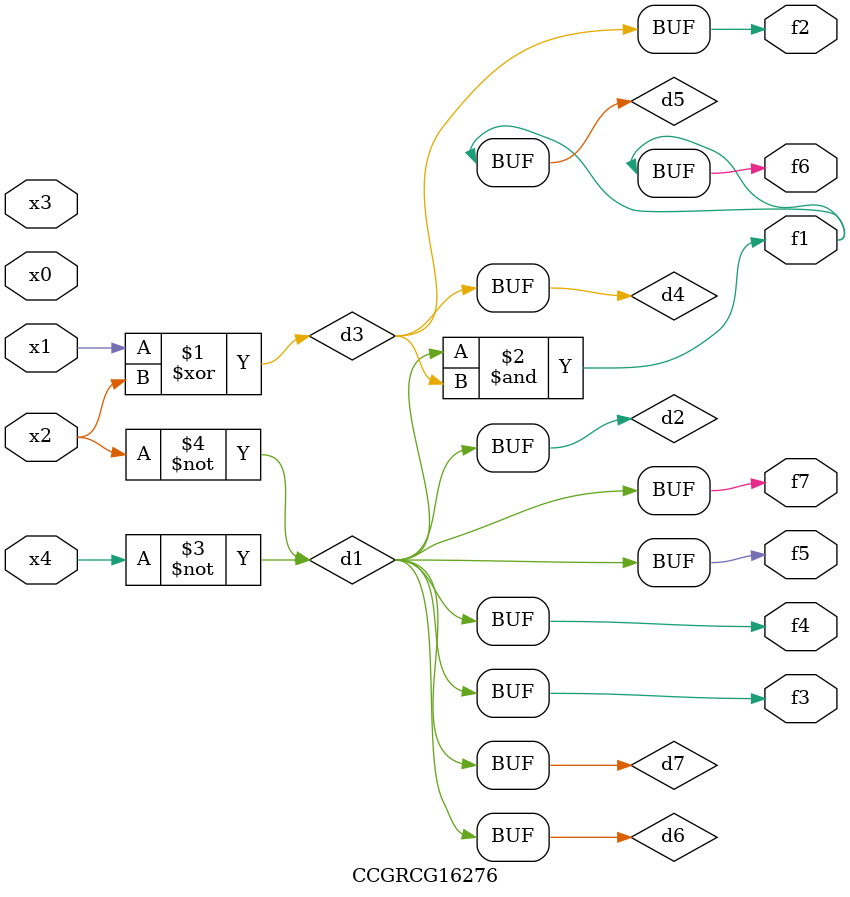
<source format=v>
module CCGRCG16276(
	input x0, x1, x2, x3, x4,
	output f1, f2, f3, f4, f5, f6, f7
);

	wire d1, d2, d3, d4, d5, d6, d7;

	not (d1, x4);
	not (d2, x2);
	xor (d3, x1, x2);
	buf (d4, d3);
	and (d5, d1, d3);
	buf (d6, d1, d2);
	buf (d7, d2);
	assign f1 = d5;
	assign f2 = d4;
	assign f3 = d7;
	assign f4 = d7;
	assign f5 = d7;
	assign f6 = d5;
	assign f7 = d7;
endmodule

</source>
